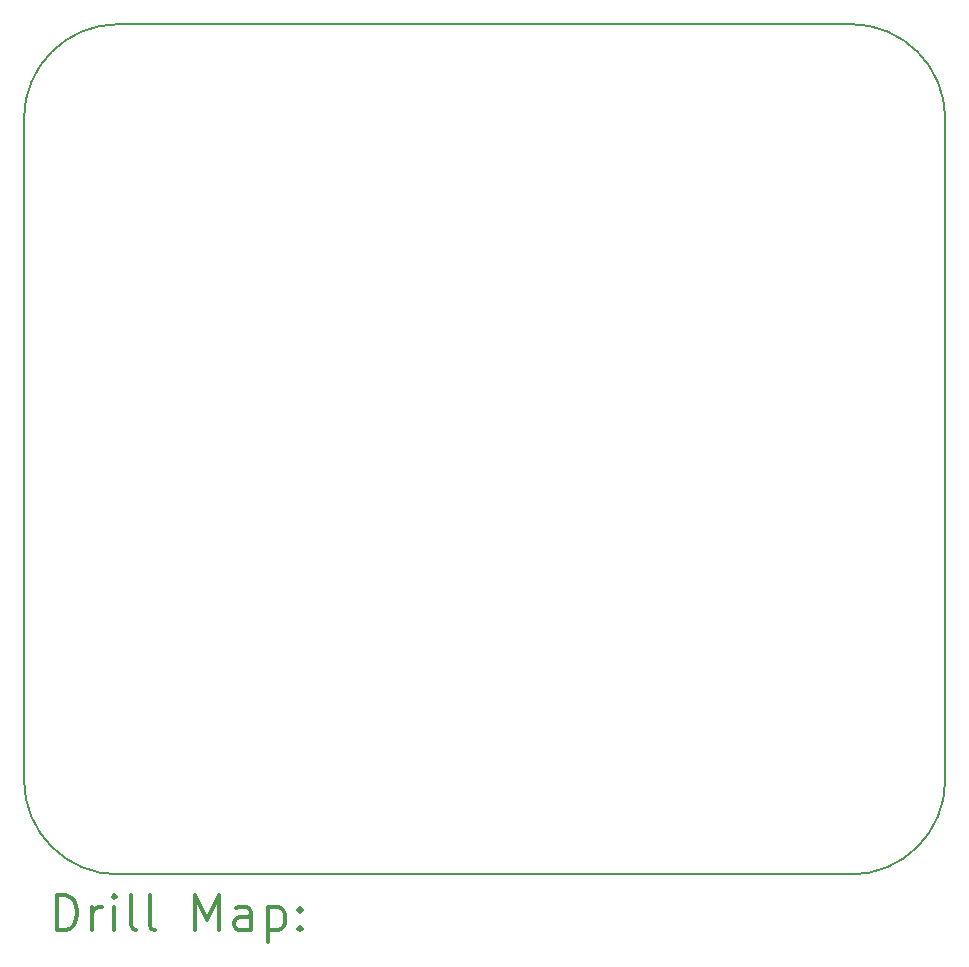
<source format=gbr>
%FSLAX45Y45*%
G04 Gerber Fmt 4.5, Leading zero omitted, Abs format (unit mm)*
G04 Created by KiCad (PCBNEW 5.0.0) date Fri Aug  3 22:45:01 2018*
%MOMM*%
%LPD*%
G01*
G04 APERTURE LIST*
%ADD10C,0.150000*%
%ADD11C,0.200000*%
%ADD12C,0.300000*%
G04 APERTURE END LIST*
D10*
X14100000Y-12800000D02*
G75*
G03X14900000Y-12000000I0J800000D01*
G01*
X7100000Y-12000000D02*
G75*
G03X7900000Y-12800000I800000J0D01*
G01*
X7900000Y-5600000D02*
G75*
G03X7100000Y-6400000I0J-800000D01*
G01*
X14900000Y-6400000D02*
G75*
G03X14100000Y-5600000I-800000J0D01*
G01*
X7100000Y-12000000D02*
X7100000Y-6400000D01*
X14100000Y-12800000D02*
X7900000Y-12800000D01*
X14900000Y-6400000D02*
X14900000Y-12000000D01*
X7900000Y-5600000D02*
X14100000Y-5600000D01*
D11*
D12*
X7378928Y-13273214D02*
X7378928Y-12973214D01*
X7450357Y-12973214D01*
X7493214Y-12987500D01*
X7521786Y-13016071D01*
X7536071Y-13044643D01*
X7550357Y-13101786D01*
X7550357Y-13144643D01*
X7536071Y-13201786D01*
X7521786Y-13230357D01*
X7493214Y-13258929D01*
X7450357Y-13273214D01*
X7378928Y-13273214D01*
X7678928Y-13273214D02*
X7678928Y-13073214D01*
X7678928Y-13130357D02*
X7693214Y-13101786D01*
X7707500Y-13087500D01*
X7736071Y-13073214D01*
X7764643Y-13073214D01*
X7864643Y-13273214D02*
X7864643Y-13073214D01*
X7864643Y-12973214D02*
X7850357Y-12987500D01*
X7864643Y-13001786D01*
X7878928Y-12987500D01*
X7864643Y-12973214D01*
X7864643Y-13001786D01*
X8050357Y-13273214D02*
X8021786Y-13258929D01*
X8007500Y-13230357D01*
X8007500Y-12973214D01*
X8207500Y-13273214D02*
X8178928Y-13258929D01*
X8164643Y-13230357D01*
X8164643Y-12973214D01*
X8550357Y-13273214D02*
X8550357Y-12973214D01*
X8650357Y-13187500D01*
X8750357Y-12973214D01*
X8750357Y-13273214D01*
X9021786Y-13273214D02*
X9021786Y-13116071D01*
X9007500Y-13087500D01*
X8978928Y-13073214D01*
X8921786Y-13073214D01*
X8893214Y-13087500D01*
X9021786Y-13258929D02*
X8993214Y-13273214D01*
X8921786Y-13273214D01*
X8893214Y-13258929D01*
X8878928Y-13230357D01*
X8878928Y-13201786D01*
X8893214Y-13173214D01*
X8921786Y-13158929D01*
X8993214Y-13158929D01*
X9021786Y-13144643D01*
X9164643Y-13073214D02*
X9164643Y-13373214D01*
X9164643Y-13087500D02*
X9193214Y-13073214D01*
X9250357Y-13073214D01*
X9278928Y-13087500D01*
X9293214Y-13101786D01*
X9307500Y-13130357D01*
X9307500Y-13216071D01*
X9293214Y-13244643D01*
X9278928Y-13258929D01*
X9250357Y-13273214D01*
X9193214Y-13273214D01*
X9164643Y-13258929D01*
X9436071Y-13244643D02*
X9450357Y-13258929D01*
X9436071Y-13273214D01*
X9421786Y-13258929D01*
X9436071Y-13244643D01*
X9436071Y-13273214D01*
X9436071Y-13087500D02*
X9450357Y-13101786D01*
X9436071Y-13116071D01*
X9421786Y-13101786D01*
X9436071Y-13087500D01*
X9436071Y-13116071D01*
M02*

</source>
